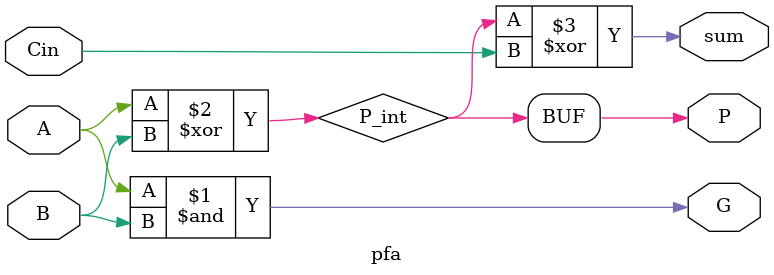
<source format=v>
`timescale 1ns / 1ps

module pfa(A, B, Cin, G, P, sum);
   input A;
   input B;
   input Cin;

   output G;
   output P;
   output sum;

   wire P_int;
      
   assign G = A & B;
   assign P = P_int;
   assign P_int = A ^ B;
   assign sum = P_int ^ Cin;
endmodule
</source>
